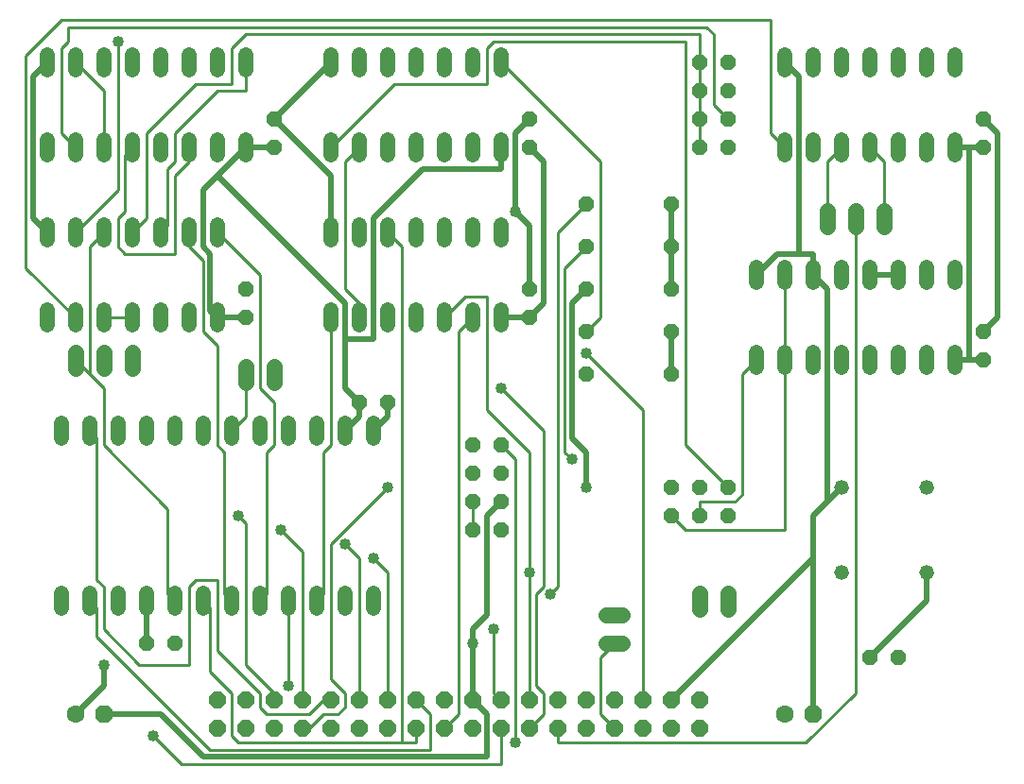
<source format=gtl>
G04 EAGLE Gerber RS-274X export*
G75*
%MOMM*%
%FSLAX34Y34*%
%LPD*%
%INTop Copper*%
%IPPOS*%
%AMOC8*
5,1,8,0,0,1.08239X$1,22.5*%
G01*
%ADD10P,1.429621X8X112.500000*%
%ADD11P,1.649562X8X202.500000*%
%ADD12C,1.422400*%
%ADD13C,1.320800*%
%ADD14P,1.539592X8X112.500000*%
%ADD15P,1.429621X8X22.500000*%
%ADD16P,1.429621X8X202.500000*%
%ADD17P,1.539592X8X22.500000*%
%ADD18C,1.320800*%
%ADD19P,1.732040X8X22.500000*%
%ADD20C,1.600200*%
%ADD21C,0.508000*%
%ADD22C,1.016000*%
%ADD23C,0.254000*%


D10*
X228600Y406400D03*
X228600Y431800D03*
X482600Y406400D03*
X482600Y431800D03*
X482600Y558800D03*
X482600Y584200D03*
X889000Y558800D03*
X889000Y584200D03*
X254000Y558800D03*
X254000Y584200D03*
D11*
X635000Y63500D03*
X609600Y63500D03*
X584200Y63500D03*
X558800Y63500D03*
X533400Y63500D03*
X508000Y63500D03*
X635000Y38100D03*
X609600Y38100D03*
X584200Y38100D03*
X558800Y38100D03*
X533400Y38100D03*
X508000Y38100D03*
X482600Y63500D03*
X482600Y38100D03*
X457200Y63500D03*
X431800Y63500D03*
X406400Y63500D03*
X381000Y63500D03*
X355600Y63500D03*
X330200Y63500D03*
X457200Y38100D03*
X431800Y38100D03*
X406400Y38100D03*
X381000Y38100D03*
X355600Y38100D03*
X330200Y38100D03*
X304800Y63500D03*
X304800Y38100D03*
X279400Y63500D03*
X254000Y63500D03*
X228600Y63500D03*
X203200Y63500D03*
X279400Y38100D03*
X254000Y38100D03*
X228600Y38100D03*
X203200Y38100D03*
D12*
X551688Y114300D02*
X565912Y114300D01*
X565912Y139700D02*
X551688Y139700D01*
D13*
X342900Y298196D02*
X342900Y311404D01*
X317500Y311404D02*
X317500Y298196D01*
X292100Y298196D02*
X292100Y311404D01*
X266700Y311404D02*
X266700Y298196D01*
X241300Y298196D02*
X241300Y311404D01*
X215900Y311404D02*
X215900Y298196D01*
X190500Y298196D02*
X190500Y311404D01*
X165100Y311404D02*
X165100Y298196D01*
X139700Y298196D02*
X139700Y311404D01*
X114300Y311404D02*
X114300Y298196D01*
X88900Y298196D02*
X88900Y311404D01*
X63500Y311404D02*
X63500Y298196D01*
X63500Y159004D02*
X63500Y145796D01*
X88900Y145796D02*
X88900Y159004D01*
X114300Y159004D02*
X114300Y145796D01*
X139700Y145796D02*
X139700Y159004D01*
X165100Y159004D02*
X165100Y145796D01*
X190500Y145796D02*
X190500Y159004D01*
X215900Y159004D02*
X215900Y145796D01*
X241300Y145796D02*
X241300Y159004D01*
X266700Y159004D02*
X266700Y145796D01*
X292100Y145796D02*
X292100Y159004D01*
X317500Y159004D02*
X317500Y145796D01*
X342900Y145796D02*
X342900Y159004D01*
D14*
X457200Y215900D03*
X431800Y215900D03*
X457200Y241300D03*
X431800Y241300D03*
X457200Y266700D03*
X431800Y266700D03*
X431800Y292100D03*
X457200Y292100D03*
D15*
X533400Y469900D03*
X609600Y469900D03*
X533400Y431800D03*
X609600Y431800D03*
D13*
X457200Y475996D02*
X457200Y489204D01*
X431800Y489204D02*
X431800Y475996D01*
X304800Y475996D02*
X304800Y489204D01*
X304800Y413004D02*
X304800Y399796D01*
X406400Y475996D02*
X406400Y489204D01*
X381000Y489204D02*
X381000Y475996D01*
X330200Y475996D02*
X330200Y489204D01*
X355600Y489204D02*
X355600Y475996D01*
X330200Y413004D02*
X330200Y399796D01*
X355600Y399796D02*
X355600Y413004D01*
X381000Y413004D02*
X381000Y399796D01*
X406400Y399796D02*
X406400Y413004D01*
X431800Y413004D02*
X431800Y399796D01*
X457200Y399796D02*
X457200Y413004D01*
X203200Y475996D02*
X203200Y489204D01*
X177800Y489204D02*
X177800Y475996D01*
X50800Y475996D02*
X50800Y489204D01*
X50800Y413004D02*
X50800Y399796D01*
X152400Y475996D02*
X152400Y489204D01*
X127000Y489204D02*
X127000Y475996D01*
X76200Y475996D02*
X76200Y489204D01*
X101600Y489204D02*
X101600Y475996D01*
X76200Y413004D02*
X76200Y399796D01*
X101600Y399796D02*
X101600Y413004D01*
X127000Y413004D02*
X127000Y399796D01*
X152400Y399796D02*
X152400Y413004D01*
X177800Y413004D02*
X177800Y399796D01*
X203200Y399796D02*
X203200Y413004D01*
X457200Y628396D02*
X457200Y641604D01*
X431800Y641604D02*
X431800Y628396D01*
X304800Y628396D02*
X304800Y641604D01*
X304800Y565404D02*
X304800Y552196D01*
X406400Y628396D02*
X406400Y641604D01*
X381000Y641604D02*
X381000Y628396D01*
X330200Y628396D02*
X330200Y641604D01*
X355600Y641604D02*
X355600Y628396D01*
X330200Y565404D02*
X330200Y552196D01*
X355600Y552196D02*
X355600Y565404D01*
X381000Y565404D02*
X381000Y552196D01*
X406400Y552196D02*
X406400Y565404D01*
X431800Y565404D02*
X431800Y552196D01*
X457200Y552196D02*
X457200Y565404D01*
D15*
X533400Y393700D03*
X609600Y393700D03*
D13*
X863600Y628396D02*
X863600Y641604D01*
X838200Y641604D02*
X838200Y628396D01*
X711200Y628396D02*
X711200Y641604D01*
X711200Y565404D02*
X711200Y552196D01*
X812800Y628396D02*
X812800Y641604D01*
X787400Y641604D02*
X787400Y628396D01*
X736600Y628396D02*
X736600Y641604D01*
X762000Y641604D02*
X762000Y628396D01*
X736600Y565404D02*
X736600Y552196D01*
X762000Y552196D02*
X762000Y565404D01*
X787400Y565404D02*
X787400Y552196D01*
X812800Y552196D02*
X812800Y565404D01*
X838200Y565404D02*
X838200Y552196D01*
X863600Y552196D02*
X863600Y565404D01*
X863600Y451104D02*
X863600Y437896D01*
X838200Y437896D02*
X838200Y451104D01*
X711200Y451104D02*
X711200Y437896D01*
X685800Y437896D02*
X685800Y451104D01*
X812800Y451104D02*
X812800Y437896D01*
X787400Y437896D02*
X787400Y451104D01*
X736600Y451104D02*
X736600Y437896D01*
X762000Y437896D02*
X762000Y451104D01*
X685800Y374904D02*
X685800Y361696D01*
X711200Y361696D02*
X711200Y374904D01*
X736600Y374904D02*
X736600Y361696D01*
X762000Y361696D02*
X762000Y374904D01*
X787400Y374904D02*
X787400Y361696D01*
X812800Y361696D02*
X812800Y374904D01*
X838200Y374904D02*
X838200Y361696D01*
X863600Y361696D02*
X863600Y374904D01*
D16*
X609600Y355600D03*
X533400Y355600D03*
D17*
X609600Y228600D03*
X609600Y254000D03*
X635000Y228600D03*
X635000Y254000D03*
X660400Y228600D03*
X660400Y254000D03*
D18*
X838200Y254000D03*
X762000Y254000D03*
X762000Y177800D03*
X838200Y177800D03*
D12*
X635000Y159512D02*
X635000Y145288D01*
X660400Y145288D02*
X660400Y159512D01*
D13*
X228600Y628396D02*
X228600Y641604D01*
X203200Y641604D02*
X203200Y628396D01*
X76200Y628396D02*
X76200Y641604D01*
X50800Y641604D02*
X50800Y628396D01*
X177800Y628396D02*
X177800Y641604D01*
X152400Y641604D02*
X152400Y628396D01*
X101600Y628396D02*
X101600Y641604D01*
X127000Y641604D02*
X127000Y628396D01*
X50800Y565404D02*
X50800Y552196D01*
X76200Y552196D02*
X76200Y565404D01*
X101600Y565404D02*
X101600Y552196D01*
X127000Y552196D02*
X127000Y565404D01*
X152400Y565404D02*
X152400Y552196D01*
X177800Y552196D02*
X177800Y565404D01*
X203200Y565404D02*
X203200Y552196D01*
X228600Y552196D02*
X228600Y565404D01*
D14*
X660400Y558800D03*
X635000Y558800D03*
X660400Y584200D03*
X635000Y584200D03*
X660400Y609600D03*
X635000Y609600D03*
X635000Y635000D03*
X660400Y635000D03*
D12*
X76200Y375412D02*
X76200Y361188D01*
X101600Y361188D02*
X101600Y375412D01*
X127000Y375412D02*
X127000Y361188D01*
X800100Y488188D02*
X800100Y502412D01*
X774700Y502412D02*
X774700Y488188D01*
X749300Y488188D02*
X749300Y502412D01*
X228600Y362712D02*
X228600Y348488D01*
X254000Y348488D02*
X254000Y362712D01*
D10*
X889000Y368300D03*
X889000Y393700D03*
D15*
X787400Y101600D03*
X812800Y101600D03*
X330200Y330200D03*
X355600Y330200D03*
X139700Y114300D03*
X165100Y114300D03*
D19*
X101600Y50800D03*
D20*
X76200Y50800D03*
D19*
X736600Y50800D03*
D20*
X711200Y50800D03*
D16*
X609600Y508000D03*
X533400Y508000D03*
D21*
X355600Y317500D02*
X342900Y304800D01*
X355600Y317500D02*
X355600Y330200D01*
X444500Y228600D02*
X457200Y241300D01*
X444500Y228600D02*
X444500Y139700D01*
X431800Y127000D01*
X431800Y114300D02*
X431800Y63500D01*
X431800Y114300D02*
X431800Y127000D01*
X152400Y50800D02*
X101600Y50800D01*
X152400Y50800D02*
X190500Y12700D01*
X444500Y12700D01*
X444500Y50800D01*
X431800Y63500D01*
X889000Y393700D02*
X901700Y406400D01*
X901700Y571500D01*
X889000Y584200D01*
X304800Y635000D02*
X254000Y584200D01*
X50800Y635000D02*
X38100Y622300D01*
X38100Y495300D01*
X50800Y482600D01*
X254000Y584200D02*
X304800Y533400D01*
X304800Y482600D01*
X469900Y501650D02*
X482600Y488950D01*
X482600Y431800D01*
X469900Y571500D02*
X482600Y584200D01*
X469900Y571500D02*
X469900Y501650D01*
X787400Y444500D02*
X812800Y444500D01*
X704850Y463550D02*
X685800Y444500D01*
X723900Y463550D02*
X736600Y463550D01*
X723900Y463550D02*
X704850Y463550D01*
X736600Y463550D02*
X736600Y444500D01*
X749300Y241300D02*
X736600Y228600D01*
X749300Y241300D02*
X762000Y254000D01*
X736600Y190500D02*
X736600Y50800D01*
X736600Y190500D02*
X736600Y228600D01*
X736600Y190500D02*
X609600Y63500D01*
X749300Y431800D02*
X736600Y444500D01*
X749300Y431800D02*
X749300Y241300D01*
X723900Y622300D02*
X711200Y635000D01*
X723900Y622300D02*
X723900Y463550D01*
D22*
X469900Y501650D03*
X431800Y114300D03*
D23*
X228600Y222250D02*
X222250Y228600D01*
X228600Y222250D02*
X228600Y95250D01*
X254000Y69850D01*
X254000Y63500D01*
D22*
X222250Y228600D03*
D23*
X260350Y215900D02*
X279400Y196850D01*
X279400Y63500D01*
D22*
X260350Y215900D03*
D23*
X95250Y298450D02*
X88900Y304800D01*
X95250Y298450D02*
X95250Y171450D01*
X101600Y165100D01*
X101600Y127000D01*
X133350Y95250D01*
X177800Y95250D01*
X177800Y165100D01*
X184150Y171450D01*
X203200Y171450D01*
X203200Y107950D01*
X241300Y69850D01*
X241300Y57150D01*
X247650Y50800D01*
X285750Y50800D01*
X298450Y63500D01*
X304800Y63500D01*
X330200Y190500D02*
X317500Y203200D01*
X330200Y190500D02*
X330200Y63500D01*
D22*
X317500Y203200D03*
D23*
X342900Y190500D02*
X355600Y177800D01*
X355600Y63500D01*
D22*
X342900Y190500D03*
D23*
X95250Y146050D02*
X88900Y152400D01*
X95250Y146050D02*
X95250Y120650D01*
X196850Y19050D01*
X393700Y19050D01*
X393700Y50800D01*
X381000Y63500D01*
D21*
X317500Y304800D02*
X330200Y317500D01*
X330200Y330200D01*
X228600Y406400D02*
X203200Y406400D01*
X228600Y558800D02*
X254000Y558800D01*
X196850Y412750D02*
X203200Y406400D01*
X196850Y412750D02*
X196850Y463550D01*
X190500Y469900D01*
X190500Y520700D01*
X203200Y533400D02*
X228600Y558800D01*
X203200Y533400D02*
X190500Y520700D01*
X317500Y342900D02*
X330200Y330200D01*
X317500Y387350D02*
X317500Y419100D01*
X317500Y387350D02*
X317500Y342900D01*
X317500Y419100D02*
X203200Y533400D01*
X609600Y469900D02*
X609600Y431800D01*
X609600Y469900D02*
X609600Y508000D01*
X482600Y406400D02*
X457200Y406400D01*
X609600Y393700D02*
X609600Y355600D01*
X495300Y546100D02*
X482600Y558800D01*
X495300Y546100D02*
X495300Y419100D01*
X482600Y406400D01*
X876300Y368300D02*
X889000Y368300D01*
X876300Y368300D02*
X863600Y368300D01*
X876300Y558800D02*
X889000Y558800D01*
X876300Y558800D02*
X863600Y558800D01*
X876300Y558800D02*
X876300Y368300D01*
X838200Y152400D02*
X787400Y101600D01*
X838200Y152400D02*
X838200Y177800D01*
X342900Y387350D02*
X317500Y387350D01*
X342900Y387350D02*
X342900Y495300D01*
X387350Y539750D01*
X457200Y539750D01*
X457200Y558800D01*
D23*
X457200Y292100D02*
X469900Y279400D01*
X469900Y25400D01*
D22*
X469900Y25400D03*
D23*
X304800Y203200D02*
X355600Y254000D01*
X304800Y203200D02*
X304800Y82550D01*
X317500Y69850D01*
X317500Y57150D01*
X311150Y50800D01*
X298450Y50800D01*
X285750Y38100D01*
X279400Y38100D01*
D22*
X355600Y254000D03*
D23*
X266700Y152400D02*
X266700Y76200D01*
D22*
X266700Y76200D03*
D23*
X196850Y146050D02*
X190500Y152400D01*
X196850Y146050D02*
X196850Y88900D01*
X215900Y69850D01*
X215900Y31750D01*
X222250Y25400D01*
X368300Y25400D02*
X381000Y25400D01*
X368300Y25400D02*
X222250Y25400D01*
X381000Y25400D02*
X381000Y38100D01*
X368300Y469900D02*
X355600Y482600D01*
X368300Y469900D02*
X368300Y25400D01*
X419100Y393700D02*
X431800Y406400D01*
X419100Y393700D02*
X419100Y50800D01*
X406400Y38100D01*
X584200Y323850D02*
X533400Y374650D01*
X584200Y323850D02*
X584200Y63500D01*
D22*
X533400Y374650D03*
D23*
X495300Y304800D02*
X457200Y342900D01*
X495300Y304800D02*
X495300Y165100D01*
X488950Y158750D01*
X488950Y76200D01*
X495300Y69850D01*
X495300Y50800D01*
X482600Y38100D01*
D22*
X457200Y342900D03*
D23*
X774700Y495300D02*
X774700Y69850D01*
X730250Y25400D01*
X508000Y25400D01*
X508000Y38100D01*
X546100Y101600D02*
X558800Y114300D01*
X546100Y101600D02*
X546100Y50800D01*
X558800Y38100D01*
X247650Y158750D02*
X241300Y152400D01*
X247650Y158750D02*
X247650Y285750D01*
X254000Y292100D01*
X254000Y330200D01*
X241300Y342900D01*
X241300Y444500D01*
X203200Y482600D01*
X450850Y69850D02*
X457200Y63500D01*
X450850Y69850D02*
X450850Y127000D01*
D22*
X450850Y127000D03*
D23*
X215900Y152400D02*
X209550Y158750D01*
X209550Y285750D01*
X203200Y292100D01*
X203200Y381000D01*
X190500Y393700D01*
X190500Y457200D01*
X177800Y469900D01*
X177800Y482600D01*
X406400Y406400D02*
X425450Y425450D01*
X444500Y425450D01*
X444500Y323850D01*
X482600Y285750D01*
X482600Y177800D02*
X482600Y63500D01*
X482600Y177800D02*
X482600Y285750D01*
D22*
X482600Y177800D03*
D23*
X431800Y215900D02*
X431800Y241300D01*
X514350Y450850D02*
X533400Y469900D01*
X514350Y450850D02*
X514350Y285750D01*
X520700Y279400D01*
D22*
X520700Y279400D03*
D21*
X520700Y419100D02*
X533400Y431800D01*
X520700Y419100D02*
X520700Y298450D01*
X533400Y285750D01*
X533400Y254000D01*
D22*
X533400Y254000D03*
D23*
X298450Y158750D02*
X292100Y152400D01*
X298450Y158750D02*
X298450Y285750D01*
X304800Y292100D01*
X304800Y406400D01*
X127000Y406400D02*
X101600Y406400D01*
X317500Y546100D02*
X330200Y558800D01*
X317500Y546100D02*
X317500Y431800D01*
X330200Y419100D01*
X330200Y406400D01*
X76200Y406400D02*
X31750Y450850D01*
X31750Y641350D01*
X63500Y673100D01*
X698500Y673100D01*
X698500Y571500D01*
X711200Y558800D01*
X711200Y444500D02*
X711200Y368300D01*
X609600Y228600D02*
X622300Y215900D01*
X711200Y215900D01*
X711200Y368300D01*
X685800Y368300D02*
X673100Y355600D01*
X673100Y247650D01*
X666750Y241300D01*
X635000Y241300D01*
X635000Y228600D01*
X158750Y488950D02*
X152400Y482600D01*
X158750Y488950D02*
X158750Y539750D01*
X165100Y546100D01*
X165100Y571500D01*
X203200Y609600D01*
X228600Y609600D01*
X228600Y635000D01*
X533400Y393700D02*
X546100Y406400D01*
X546100Y546100D01*
X457200Y635000D01*
X101600Y609600D02*
X76200Y635000D01*
X101600Y609600D02*
X101600Y558800D01*
X647700Y596900D02*
X660400Y584200D01*
X647700Y596900D02*
X647700Y660400D01*
X641350Y666750D01*
X69850Y666750D01*
X69850Y654050D01*
X63500Y647700D01*
X63500Y571500D01*
X76200Y558800D01*
X120650Y552450D02*
X127000Y558800D01*
X120650Y552450D02*
X120650Y501650D01*
X114300Y495300D01*
X114300Y469900D01*
X120650Y463550D01*
X165100Y463550D01*
X165100Y533400D01*
X177800Y546100D01*
X177800Y558800D01*
X635000Y558800D02*
X635000Y584200D01*
X139700Y495300D02*
X127000Y482600D01*
X139700Y495300D02*
X139700Y571500D01*
X184150Y615950D01*
X215900Y615950D01*
X215900Y647700D01*
X228600Y660400D01*
X635000Y660400D01*
X635000Y635000D01*
X635000Y609600D01*
X635000Y584200D01*
X361950Y615950D02*
X304800Y558800D01*
X361950Y615950D02*
X444500Y615950D01*
X444500Y647700D01*
X450850Y654050D01*
X622300Y654050D01*
X622300Y292100D01*
X660400Y254000D01*
X165100Y152400D02*
X158750Y158750D01*
X158750Y234950D01*
X101600Y292100D01*
X101600Y342900D01*
X88900Y355600D02*
X76200Y368300D01*
X88900Y355600D02*
X101600Y342900D01*
X88900Y469900D02*
X101600Y482600D01*
X88900Y469900D02*
X88900Y355600D01*
X146050Y31750D02*
X171450Y6350D01*
X457200Y6350D01*
X457200Y38100D01*
D22*
X146050Y31750D03*
D23*
X787400Y558800D02*
X800100Y546100D01*
X800100Y495300D01*
X508000Y165100D02*
X501650Y158750D01*
X508000Y165100D02*
X508000Y482600D01*
X533400Y508000D01*
D22*
X501650Y158750D03*
D23*
X749300Y546100D02*
X762000Y558800D01*
X749300Y546100D02*
X749300Y495300D01*
X228600Y317500D02*
X215900Y304800D01*
X228600Y317500D02*
X228600Y355600D01*
D21*
X139700Y152400D02*
X139700Y114300D01*
X101600Y76200D02*
X76200Y50800D01*
X101600Y76200D02*
X101600Y95250D01*
D22*
X101600Y95250D03*
D23*
X76200Y482600D02*
X114300Y520700D01*
X114300Y654050D01*
D22*
X114300Y654050D03*
M02*

</source>
